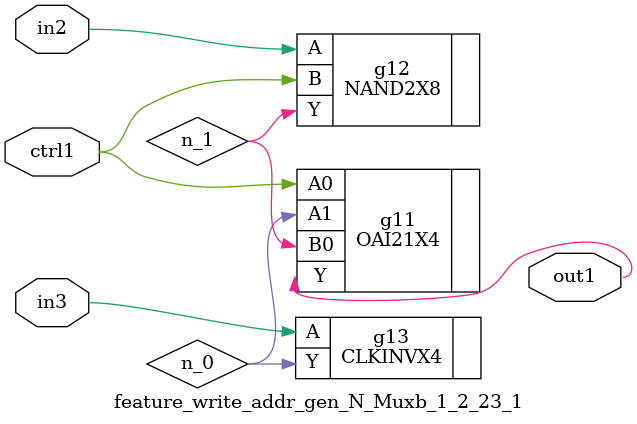
<source format=v>
`timescale 1ps / 1ps


module feature_write_addr_gen_N_Muxb_1_2_23_1(in3, in2, ctrl1, out1);
  input in3, in2, ctrl1;
  output out1;
  wire in3, in2, ctrl1;
  wire out1;
  wire n_0, n_1;
  OAI21X4 g11(.A0 (ctrl1), .A1 (n_0), .B0 (n_1), .Y (out1));
  NAND2X8 g12(.A (in2), .B (ctrl1), .Y (n_1));
  CLKINVX4 g13(.A (in3), .Y (n_0));
endmodule



</source>
